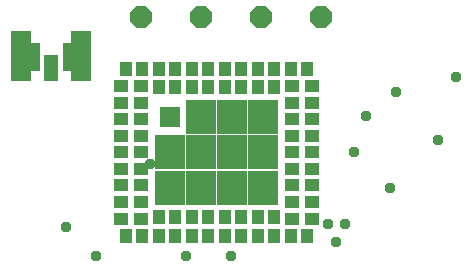
<source format=gbr>
G04 EAGLE Gerber X2 export*
%TF.Part,Single*%
%TF.FileFunction,Soldermask,Top,1*%
%TF.FilePolarity,Negative*%
%TF.GenerationSoftware,Autodesk,EAGLE,9.1.0*%
%TF.CreationDate,2019-01-28T13:00:55Z*%
G75*
%MOMM*%
%FSLAX34Y34*%
%LPD*%
%AMOC8*
5,1,8,0,0,1.08239X$1,22.5*%
G01*
%ADD10P,1.951982X8X22.500000*%
%ADD11R,1.303200X1.103200*%
%ADD12R,1.103200X1.303200*%
%ADD13R,1.703200X1.703200*%
%ADD14R,2.503200X2.903200*%
%ADD15R,1.727200X4.267200*%
%ADD16R,1.219200X2.235200*%
%ADD17R,0.914400X2.336800*%
%ADD18C,0.959600*%


D10*
X114300Y215900D03*
X165100Y215900D03*
X215900Y215900D03*
X266700Y215900D03*
D11*
X96800Y157600D03*
X96800Y143600D03*
X96800Y129600D03*
X96800Y115600D03*
X96800Y101600D03*
X96800Y87600D03*
X96800Y73600D03*
X96800Y59600D03*
X96800Y45600D03*
D12*
X100800Y30600D03*
X114800Y30600D03*
X128800Y30600D03*
X142800Y30600D03*
X156800Y30600D03*
X170800Y30600D03*
X184800Y30600D03*
X198800Y30600D03*
X212800Y30600D03*
X226800Y30600D03*
X240800Y30600D03*
X254800Y30600D03*
D11*
X258800Y45600D03*
X258800Y59600D03*
X258800Y73600D03*
X258800Y87600D03*
X258800Y101600D03*
X258800Y115600D03*
X258800Y129600D03*
X258800Y143600D03*
X258800Y157600D03*
D12*
X254800Y172600D03*
X240800Y172600D03*
X226800Y172600D03*
X212800Y172600D03*
X198800Y172600D03*
X184800Y172600D03*
X170800Y172600D03*
X156800Y172600D03*
X142800Y172600D03*
X128800Y172600D03*
X114800Y172600D03*
X100800Y172600D03*
D11*
X114200Y157600D03*
X114200Y143600D03*
X114200Y129600D03*
X114200Y115600D03*
X114200Y101600D03*
X114200Y87600D03*
X114200Y73600D03*
X114200Y59600D03*
X114200Y45600D03*
D12*
X128800Y46600D03*
X142800Y46600D03*
X156800Y46600D03*
X170800Y46600D03*
X184800Y46600D03*
X198800Y46600D03*
X212800Y46600D03*
X226800Y46600D03*
D11*
X241400Y45600D03*
X241400Y59600D03*
X241400Y73600D03*
X241400Y87600D03*
X241400Y101600D03*
X241400Y115600D03*
X241400Y129600D03*
X241400Y143600D03*
X241400Y157600D03*
D12*
X226800Y156600D03*
X212800Y156600D03*
X198800Y156600D03*
X184800Y156600D03*
X170800Y156600D03*
X156800Y156600D03*
X142800Y156600D03*
X128800Y156600D03*
D13*
X138800Y131600D03*
D14*
X138800Y101600D03*
X138800Y71600D03*
X164800Y71600D03*
X190800Y71600D03*
X216800Y71600D03*
X216800Y101600D03*
X216800Y131600D03*
X190800Y131600D03*
X164800Y131600D03*
X164800Y101600D03*
X190800Y101600D03*
D15*
X63500Y182880D03*
X12700Y182880D03*
D16*
X38100Y172720D03*
D17*
X52054Y182626D03*
X24146Y182626D03*
D18*
X50800Y38100D03*
X381000Y165100D03*
X121920Y91440D03*
X121920Y91440D03*
X121920Y91440D03*
X304800Y132080D03*
X365760Y111760D03*
X325120Y71120D03*
X294640Y101600D03*
X286484Y40640D03*
X272316Y40640D03*
X76200Y13942D03*
X330200Y152400D03*
X279400Y25400D03*
X152400Y13942D03*
X190500Y13942D03*
M02*

</source>
